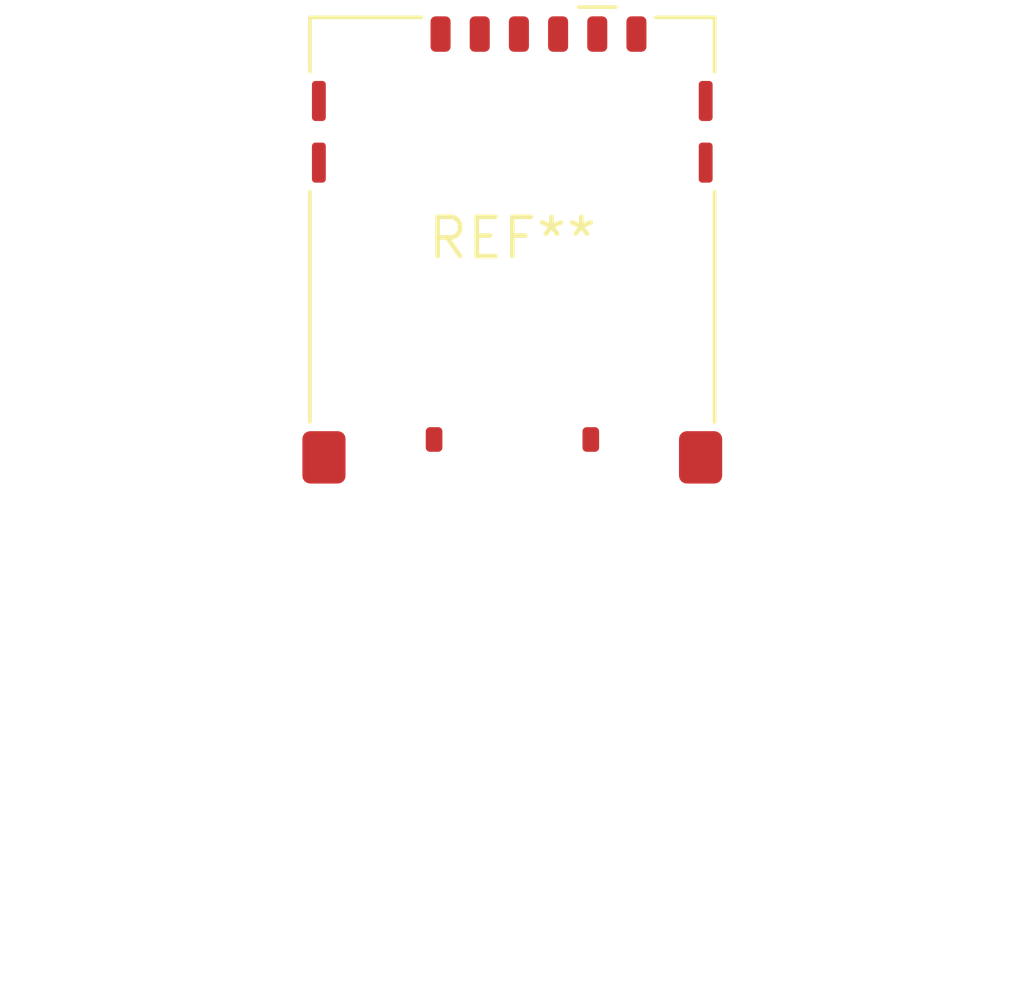
<source format=kicad_pcb>
(kicad_pcb (version 20240108) (generator pcbnew)
  (layers (0 "F.Cu" signal) (31 "B.Cu" signal) (34 "B.Paste" user) (35 "F.Paste" user) (36 "B.SilkS" user "B.Silkscreen") (37 "F.SilkS" user "F.Silkscreen") (38 "B.Mask" user) (39 "F.Mask" user) (44 "Edge.Cuts" user))
  (net 0 "")
  (footprint "microSIM_JAE_SF53S006VCBR2000" (layer "F.Cu") (at 0 0)
    (property "Reference" "REF**")
    (property "Value" "microSIM_JAE_SF53S006VCBR2000")
    (fp_line (start -6.56 -7.16) (end -2.95 -7.16) (layer "F.SilkS") (stroke (width 0.12)))
    (fp_line (start -6.56 -5.4) (end -6.56 -7.16) (layer "F.SilkS") (stroke (width 0.12)))
    (fp_line (start -6.56 5.96) (end -6.56 -1.5) (layer "F.SilkS") (stroke (width 0.12)))
    (fp_line (start 3.355 -7.495) (end 2.155 -7.495) (layer "F.SilkS") (stroke (width 0.12)))
    (fp_line (start 4.65 -7.16) (end 6.56 -7.16) (layer "F.SilkS") (stroke (width 0.12)))
    (fp_line (start 6.56 -5.4) (end 6.56 -7.16) (layer "F.SilkS") (stroke (width 0.12)))
    (fp_line (start 6.56 5.96) (end 6.56 -1.5) (layer "F.SilkS") (stroke (width 0.12)))
    (pad "1" smd roundrect (at 2.755 -6.62) (size 0.65 1.15) (layers "F.Cu" "F.Paste" "F.Mask"))
    (pad "2" smd roundrect (at 0.215 -6.62) (size 0.65 1.15) (layers "F.Cu" "F.Paste" "F.Mask"))
    (pad "3" smd roundrect (at -2.325 -6.62) (size 0.65 1.15) (layers "F.Cu" "F.Paste" "F.Mask"))
    (pad "5" smd roundrect (at 4.025 -6.62) (size 0.65 1.15) (layers "F.Cu" "F.Paste" "F.Mask"))
    (pad "6" smd roundrect (at 1.485 -6.62) (size 0.65 1.15) (layers "F.Cu" "F.Paste" "F.Mask"))
    (pad "7" smd roundrect (at -1.055 -6.62) (size 0.65 1.15) (layers "F.Cu" "F.Paste" "F.Mask"))
    (pad "SH" smd roundrect (at -6.27 -4.45) (size 0.45 1.3) (layers "F.Cu" "F.Paste" "F.Mask"))
    (pad "SH" smd roundrect (at -6.27 -2.45) (size 0.45 1.3) (layers "F.Cu" "F.Paste" "F.Mask"))
    (pad "SH" smd roundrect (at -6.105 7.11) (size 1.4 1.7) (layers "F.Cu" "F.Paste" "F.Mask") (roundrect_rratio 0.1785714286))
    (pad "SH" smd roundrect (at -2.535 6.53) (size 0.54 0.8) (layers "F.Cu" "F.Paste" "F.Mask"))
    (pad "SH" smd roundrect (at 2.545 6.53) (size 0.54 0.8) (layers "F.Cu" "F.Paste" "F.Mask"))
    (pad "SH" smd roundrect (at 6.105 7.11) (size 1.4 1.7) (layers "F.Cu" "F.Paste" "F.Mask") (roundrect_rratio 0.1785714286))
    (pad "SH" smd roundrect (at 6.27 -4.45) (size 0.45 1.3) (layers "F.Cu" "F.Paste" "F.Mask"))
    (pad "SH" smd roundrect (at 6.27 -2.45) (size 0.45 1.3) (layers "F.Cu" "F.Paste" "F.Mask"))
  )
)
</source>
